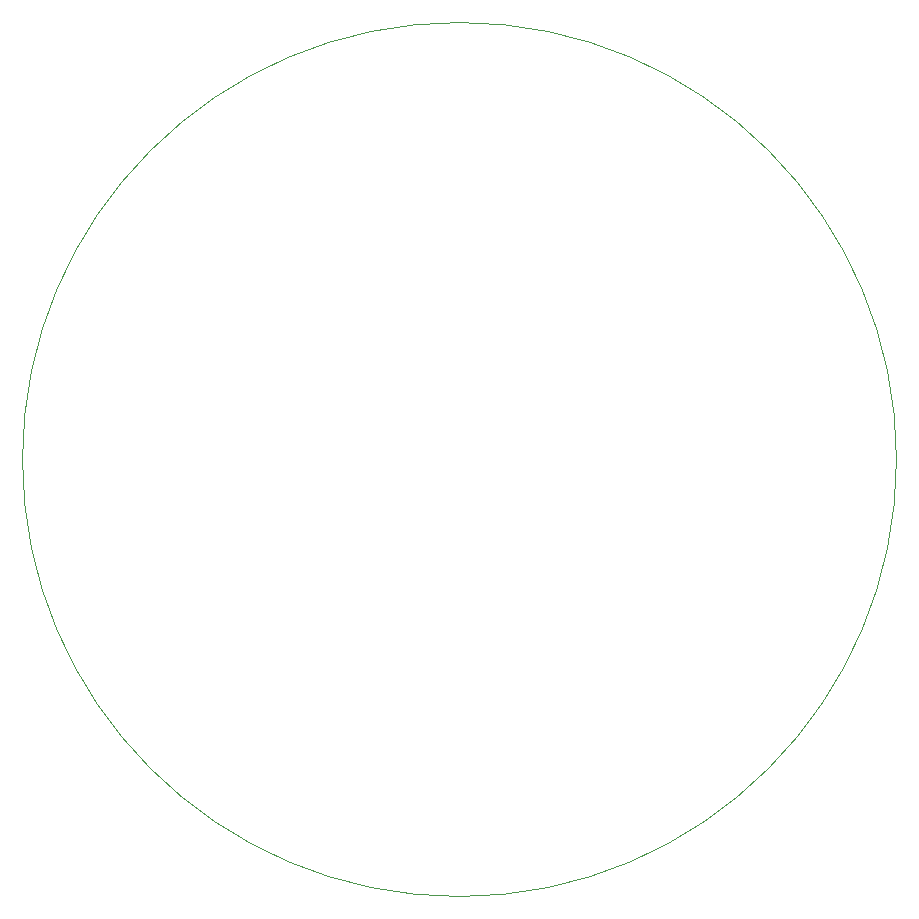
<source format=gm1>
G04 #@! TF.GenerationSoftware,KiCad,Pcbnew,7.0.2*
G04 #@! TF.CreationDate,2023-06-02T09:34:51+02:00*
G04 #@! TF.ProjectId,split_flap,73706c69-745f-4666-9c61-702e6b696361,rev?*
G04 #@! TF.SameCoordinates,Original*
G04 #@! TF.FileFunction,Profile,NP*
%FSLAX46Y46*%
G04 Gerber Fmt 4.6, Leading zero omitted, Abs format (unit mm)*
G04 Created by KiCad (PCBNEW 7.0.2) date 2023-06-02 09:34:51*
%MOMM*%
%LPD*%
G01*
G04 APERTURE LIST*
G04 #@! TA.AperFunction,Profile*
%ADD10C,0.100000*%
G04 #@! TD*
G04 APERTURE END LIST*
D10*
X124603554Y-69215000D02*
G75*
G03*
X124603554Y-69215000I-37000000J0D01*
G01*
M02*

</source>
